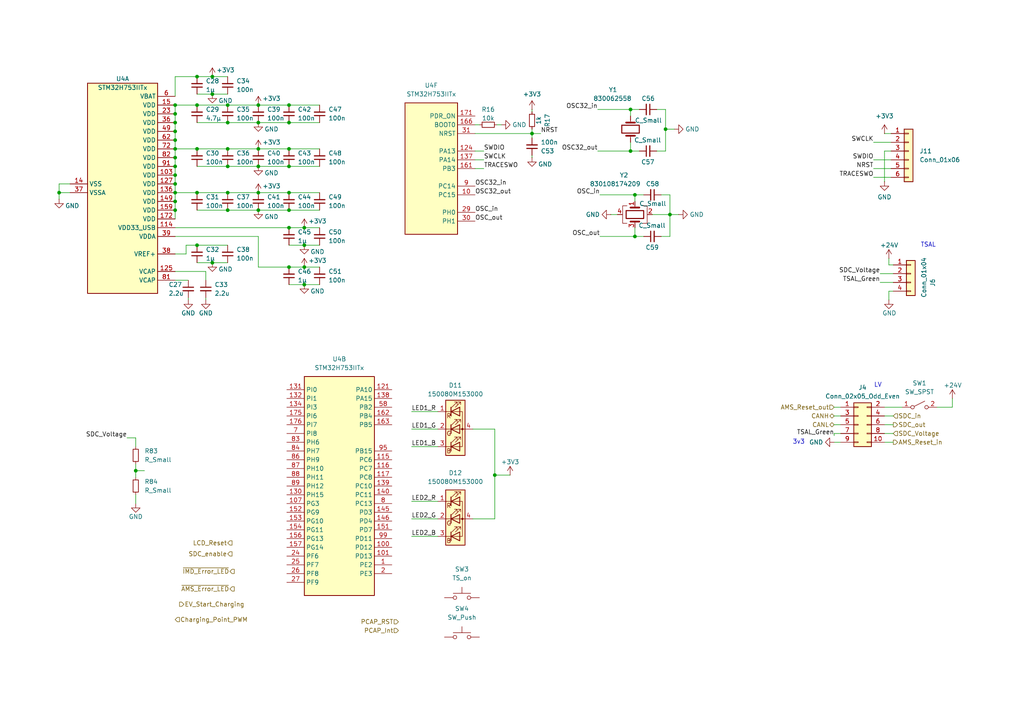
<source format=kicad_sch>
(kicad_sch
	(version 20231120)
	(generator "eeschema")
	(generator_version "8.0")
	(uuid "35b8a975-a1f8-4a47-8395-8e1ea283b386")
	(paper "A4")
	
	(junction
		(at 50.8 58.42)
		(diameter 0)
		(color 0 0 0 0)
		(uuid "0639ff6d-0fa4-4a92-9101-ae69b2e89fd2")
	)
	(junction
		(at 61.595 22.225)
		(diameter 0)
		(color 0 0 0 0)
		(uuid "0fb52946-5285-4acc-80fc-8023aaa28b8f")
	)
	(junction
		(at 57.15 30.48)
		(diameter 0)
		(color 0 0 0 0)
		(uuid "1277a601-4d5f-42fb-a0c5-a1f18ba0016e")
	)
	(junction
		(at 17.145 55.88)
		(diameter 0)
		(color 0 0 0 0)
		(uuid "2796a69f-5a9c-488e-9ca8-97c62d488f95")
	)
	(junction
		(at 39.37 136.525)
		(diameter 0)
		(color 0 0 0 0)
		(uuid "38d409b5-2312-4643-b1fc-fd0131fce598")
	)
	(junction
		(at 57.15 55.88)
		(diameter 0)
		(color 0 0 0 0)
		(uuid "3a44a5b6-35e6-477b-bf34-724cef99df7e")
	)
	(junction
		(at 50.8 30.48)
		(diameter 0)
		(color 0 0 0 0)
		(uuid "3b2e415b-e57a-4f5e-b680-987d6e0ee75d")
	)
	(junction
		(at 66.04 43.18)
		(diameter 0)
		(color 0 0 0 0)
		(uuid "412c5816-2822-46ca-a32f-61cb431bfe1e")
	)
	(junction
		(at 50.8 33.02)
		(diameter 0)
		(color 0 0 0 0)
		(uuid "430d2d22-0f07-45e6-a066-ebb18e98b45d")
	)
	(junction
		(at 83.82 77.47)
		(diameter 0)
		(color 0 0 0 0)
		(uuid "432f5d77-435d-4ec6-8d84-c3578eca972e")
	)
	(junction
		(at 74.93 48.26)
		(diameter 0)
		(color 0 0 0 0)
		(uuid "43f5a8a8-38be-4f74-81aa-71bbc42e5709")
	)
	(junction
		(at 88.265 82.55)
		(diameter 0)
		(color 0 0 0 0)
		(uuid "4904ae19-57ee-4766-a793-026af6184969")
	)
	(junction
		(at 50.8 55.88)
		(diameter 0)
		(color 0 0 0 0)
		(uuid "4a33e8c1-b15f-4db0-b29d-1dd2148aad9a")
	)
	(junction
		(at 74.93 55.88)
		(diameter 0)
		(color 0 0 0 0)
		(uuid "4bd9b2ee-526d-4e54-8543-852c7a6f1074")
	)
	(junction
		(at 50.8 38.1)
		(diameter 0)
		(color 0 0 0 0)
		(uuid "4bef900f-dc66-42af-b560-e8cc8d6a6bce")
	)
	(junction
		(at 50.8 35.56)
		(diameter 0)
		(color 0 0 0 0)
		(uuid "4c2b925c-0792-420d-8f18-1f562d9b6ba2")
	)
	(junction
		(at 88.265 71.12)
		(diameter 0)
		(color 0 0 0 0)
		(uuid "4ff38491-b732-4bec-930a-4ca407ceb858")
	)
	(junction
		(at 193.04 37.465)
		(diameter 0)
		(color 0 0 0 0)
		(uuid "556ed635-fced-44e3-845c-f708c990d149")
	)
	(junction
		(at 83.82 66.04)
		(diameter 0)
		(color 0 0 0 0)
		(uuid "58f143f7-5a5b-4ff8-89cf-03a63964eb53")
	)
	(junction
		(at 184.15 56.515)
		(diameter 0)
		(color 0 0 0 0)
		(uuid "592f8bd9-4310-4fe4-b840-3718d5a08ff0")
	)
	(junction
		(at 74.93 35.56)
		(diameter 0)
		(color 0 0 0 0)
		(uuid "5a46c399-0f9f-4049-86b9-32bfb792b0a4")
	)
	(junction
		(at 57.15 22.225)
		(diameter 0)
		(color 0 0 0 0)
		(uuid "5ee7831a-b9cd-4699-8b90-ccd7a33a516a")
	)
	(junction
		(at 83.82 60.96)
		(diameter 0)
		(color 0 0 0 0)
		(uuid "62af3ba4-2380-4137-9c4c-8f703fa148db")
	)
	(junction
		(at 74.93 30.48)
		(diameter 0)
		(color 0 0 0 0)
		(uuid "6b4ae941-68bd-4806-b564-6051c3e374f6")
	)
	(junction
		(at 50.8 45.72)
		(diameter 0)
		(color 0 0 0 0)
		(uuid "6e7d6e8b-008e-46f2-97bf-300e301fcdc5")
	)
	(junction
		(at 61.595 27.305)
		(diameter 0)
		(color 0 0 0 0)
		(uuid "84972f59-b0b8-441f-aae9-7917b0ac015f")
	)
	(junction
		(at 74.93 43.18)
		(diameter 0)
		(color 0 0 0 0)
		(uuid "84d185bd-171c-460f-91bf-66aa757880e7")
	)
	(junction
		(at 66.04 35.56)
		(diameter 0)
		(color 0 0 0 0)
		(uuid "8a3e42ba-433e-476e-bec8-923cd84f46fb")
	)
	(junction
		(at 143.51 137.795)
		(diameter 0)
		(color 0 0 0 0)
		(uuid "903269dd-61b6-4a7e-b1f9-08af9cd47811")
	)
	(junction
		(at 50.8 50.8)
		(diameter 0)
		(color 0 0 0 0)
		(uuid "93864b3d-3224-4702-bf3d-2ed04340069c")
	)
	(junction
		(at 88.265 77.47)
		(diameter 0)
		(color 0 0 0 0)
		(uuid "9e0818cf-2913-43d0-81ad-5fd7c6a3ddb1")
	)
	(junction
		(at 66.04 48.26)
		(diameter 0)
		(color 0 0 0 0)
		(uuid "a8da62c7-b5b2-4a05-8568-ce944b258201")
	)
	(junction
		(at 184.15 68.58)
		(diameter 0)
		(color 0 0 0 0)
		(uuid "ac9f37a4-8446-4a5b-a6ff-9f608799a097")
	)
	(junction
		(at 50.8 48.26)
		(diameter 0)
		(color 0 0 0 0)
		(uuid "b510fd1a-117a-465f-a751-9a561bd2ac96")
	)
	(junction
		(at 50.8 40.64)
		(diameter 0)
		(color 0 0 0 0)
		(uuid "b530e2a2-741c-4c76-ace0-7d60e6d206ce")
	)
	(junction
		(at 83.82 55.88)
		(diameter 0)
		(color 0 0 0 0)
		(uuid "bca7b570-75fa-40a7-a5dd-b415eee9e6fa")
	)
	(junction
		(at 83.82 48.26)
		(diameter 0)
		(color 0 0 0 0)
		(uuid "bcf0274b-9b82-4ddd-b442-da13a9d22e46")
	)
	(junction
		(at 57.15 71.12)
		(diameter 0)
		(color 0 0 0 0)
		(uuid "bdeb1722-eb35-4647-a7e0-350ed2e01785")
	)
	(junction
		(at 194.31 62.23)
		(diameter 0)
		(color 0 0 0 0)
		(uuid "c2234057-b903-484a-a2e3-a32a8859901c")
	)
	(junction
		(at 74.93 60.96)
		(diameter 0)
		(color 0 0 0 0)
		(uuid "c55b6c0a-705b-4ad7-afc8-beda683bc62e")
	)
	(junction
		(at 57.15 43.18)
		(diameter 0)
		(color 0 0 0 0)
		(uuid "ced6b67c-b589-447b-b173-eb3d5278bd77")
	)
	(junction
		(at 88.265 66.04)
		(diameter 0)
		(color 0 0 0 0)
		(uuid "ceeeb9fd-c3cf-438c-9822-df85739f3524")
	)
	(junction
		(at 154.305 38.735)
		(diameter 0)
		(color 0 0 0 0)
		(uuid "d01fb329-49c1-4312-9a86-8c2522e92a75")
	)
	(junction
		(at 182.88 43.815)
		(diameter 0)
		(color 0 0 0 0)
		(uuid "d62f36d0-5342-483c-96b2-d979dd1cfd28")
	)
	(junction
		(at 182.88 31.75)
		(diameter 0)
		(color 0 0 0 0)
		(uuid "d7b6fc6c-855c-4ad5-b8db-ffb1631d4d8e")
	)
	(junction
		(at 61.595 76.2)
		(diameter 0)
		(color 0 0 0 0)
		(uuid "dc976682-daa7-427b-b632-e4e6f1b2f4a5")
	)
	(junction
		(at 50.8 53.34)
		(diameter 0)
		(color 0 0 0 0)
		(uuid "e0d34c7c-a2c8-4d45-a4be-7edc074c7759")
	)
	(junction
		(at 83.82 30.48)
		(diameter 0)
		(color 0 0 0 0)
		(uuid "e6ae9a3e-d48c-4e18-9235-74fe81b4c978")
	)
	(junction
		(at 50.8 60.96)
		(diameter 0)
		(color 0 0 0 0)
		(uuid "eea696d1-0980-4f7d-9ba9-1ff3dcb2b606")
	)
	(junction
		(at 66.04 55.88)
		(diameter 0)
		(color 0 0 0 0)
		(uuid "f3f74bf6-10b1-4218-bfb6-61ef3118c054")
	)
	(junction
		(at 66.04 60.96)
		(diameter 0)
		(color 0 0 0 0)
		(uuid "f5150f2b-4683-49e5-a470-3066104142ee")
	)
	(junction
		(at 50.8 43.18)
		(diameter 0)
		(color 0 0 0 0)
		(uuid "f5abb69e-3023-40b6-8c88-ffed31815111")
	)
	(junction
		(at 66.04 30.48)
		(diameter 0)
		(color 0 0 0 0)
		(uuid "f71381d7-d154-4117-8ffa-0d9e641e8953")
	)
	(junction
		(at 83.82 43.18)
		(diameter 0)
		(color 0 0 0 0)
		(uuid "fa07ce36-60e8-4ebb-8b80-5cc0f863054d")
	)
	(junction
		(at 83.82 35.56)
		(diameter 0)
		(color 0 0 0 0)
		(uuid "fea021c6-6169-4cbd-bd9b-0c0e6e7bdfc0")
	)
	(wire
		(pts
			(xy 17.145 53.34) (xy 17.145 55.88)
		)
		(stroke
			(width 0)
			(type default)
		)
		(uuid "032e93c1-425f-4fcb-aba6-03ae1c74082b")
	)
	(wire
		(pts
			(xy 50.8 48.26) (xy 50.8 50.8)
		)
		(stroke
			(width 0)
			(type default)
		)
		(uuid "04debeef-549a-4c39-927b-69f1f0139e70")
	)
	(wire
		(pts
			(xy 119.38 129.54) (xy 127 129.54)
		)
		(stroke
			(width 0)
			(type default)
		)
		(uuid "05c2eb4c-a567-4a7b-9a8b-6cba89516905")
	)
	(wire
		(pts
			(xy 83.82 82.55) (xy 88.265 82.55)
		)
		(stroke
			(width 0)
			(type default)
		)
		(uuid "0897e0f0-120b-400e-bb14-897e40e7b02d")
	)
	(wire
		(pts
			(xy 50.8 43.18) (xy 50.8 45.72)
		)
		(stroke
			(width 0)
			(type default)
		)
		(uuid "097118d6-edc8-4348-b70f-10344c435092")
	)
	(wire
		(pts
			(xy 276.225 118.11) (xy 271.78 118.11)
		)
		(stroke
			(width 0)
			(type default)
		)
		(uuid "0abfaed6-42e2-4ebd-ac06-07b93585aba9")
	)
	(wire
		(pts
			(xy 193.04 31.75) (xy 190.5 31.75)
		)
		(stroke
			(width 0)
			(type default)
		)
		(uuid "0f6e8366-0d81-4da7-9f30-62173a06d853")
	)
	(wire
		(pts
			(xy 173.355 43.815) (xy 182.88 43.815)
		)
		(stroke
			(width 0)
			(type default)
		)
		(uuid "0f761e8c-44a9-43ba-8303-ba52fba04da2")
	)
	(wire
		(pts
			(xy 83.82 30.48) (xy 92.71 30.48)
		)
		(stroke
			(width 0)
			(type default)
		)
		(uuid "0fa1f5e0-0ffe-4f7d-bf74-e541cdb35448")
	)
	(wire
		(pts
			(xy 57.15 27.305) (xy 61.595 27.305)
		)
		(stroke
			(width 0)
			(type default)
		)
		(uuid "104524c5-4e85-46bb-8fcf-6e42d9b60b65")
	)
	(wire
		(pts
			(xy 182.88 41.275) (xy 182.88 43.815)
		)
		(stroke
			(width 0)
			(type default)
		)
		(uuid "11e88f10-3504-432d-b8ed-d3a2e1236c08")
	)
	(wire
		(pts
			(xy 185.42 31.75) (xy 182.88 31.75)
		)
		(stroke
			(width 0)
			(type default)
		)
		(uuid "13465972-5b15-4360-a8d8-10dafd7f715f")
	)
	(wire
		(pts
			(xy 50.8 78.74) (xy 59.69 78.74)
		)
		(stroke
			(width 0)
			(type default)
		)
		(uuid "148b4878-4176-450e-a5d5-e6bfe383516f")
	)
	(wire
		(pts
			(xy 276.225 115.57) (xy 276.225 118.11)
		)
		(stroke
			(width 0)
			(type default)
		)
		(uuid "149f6158-2d55-4904-9005-6a7af8f5b0bd")
	)
	(wire
		(pts
			(xy 50.8 68.58) (xy 74.93 68.58)
		)
		(stroke
			(width 0)
			(type default)
		)
		(uuid "17aaff2b-efe1-44db-8c2b-80df99259895")
	)
	(wire
		(pts
			(xy 257.81 86.995) (xy 257.81 84.455)
		)
		(stroke
			(width 0)
			(type default)
		)
		(uuid "17af4a42-5d6e-4b1d-a623-823e298f89ff")
	)
	(wire
		(pts
			(xy 88.265 66.04) (xy 92.71 66.04)
		)
		(stroke
			(width 0)
			(type default)
		)
		(uuid "1a1d5fa7-6a93-453f-bf03-bdc034a2e77b")
	)
	(wire
		(pts
			(xy 83.82 55.88) (xy 92.71 55.88)
		)
		(stroke
			(width 0)
			(type default)
		)
		(uuid "1c4dff5e-c946-4edf-b17e-21144a60469e")
	)
	(wire
		(pts
			(xy 241.935 120.65) (xy 243.84 120.65)
		)
		(stroke
			(width 0)
			(type default)
		)
		(uuid "1d2e0e02-2515-4d66-aeb3-65162d89a3f4")
	)
	(wire
		(pts
			(xy 66.04 30.48) (xy 74.93 30.48)
		)
		(stroke
			(width 0)
			(type default)
		)
		(uuid "1faf3668-c96e-4421-a896-b7c77f08f668")
	)
	(wire
		(pts
			(xy 119.38 155.575) (xy 127 155.575)
		)
		(stroke
			(width 0)
			(type default)
		)
		(uuid "1fbcc6a3-f1d0-457f-9540-02295e242709")
	)
	(wire
		(pts
			(xy 50.8 81.28) (xy 54.61 81.28)
		)
		(stroke
			(width 0)
			(type default)
		)
		(uuid "1ffb5664-1168-4c3c-85d6-4fdbdf0c4e6e")
	)
	(wire
		(pts
			(xy 255.27 79.375) (xy 259.08 79.375)
		)
		(stroke
			(width 0)
			(type default)
		)
		(uuid "24d23fd4-dde8-468b-82b9-b8390fc82a84")
	)
	(wire
		(pts
			(xy 173.99 68.58) (xy 184.15 68.58)
		)
		(stroke
			(width 0)
			(type default)
		)
		(uuid "253dfb7b-e994-492e-9366-0b579cd2b921")
	)
	(wire
		(pts
			(xy 137.795 48.895) (xy 140.335 48.895)
		)
		(stroke
			(width 0)
			(type default)
		)
		(uuid "2648ca35-0d3b-41fc-a0c7-4426c47646af")
	)
	(wire
		(pts
			(xy 154.305 37.465) (xy 154.305 38.735)
		)
		(stroke
			(width 0)
			(type default)
		)
		(uuid "26c33951-823a-4537-8b37-6d067360a301")
	)
	(wire
		(pts
			(xy 50.8 22.225) (xy 57.15 22.225)
		)
		(stroke
			(width 0)
			(type default)
		)
		(uuid "309416c5-01a5-479d-b151-4aa15c679aae")
	)
	(wire
		(pts
			(xy 74.93 77.47) (xy 83.82 77.47)
		)
		(stroke
			(width 0)
			(type default)
		)
		(uuid "310b3c16-f636-42e3-92d9-8323bba36848")
	)
	(wire
		(pts
			(xy 66.04 35.56) (xy 74.93 35.56)
		)
		(stroke
			(width 0)
			(type default)
		)
		(uuid "330ea2aa-85e8-4ceb-99f4-7100f8ce0417")
	)
	(wire
		(pts
			(xy 154.305 38.735) (xy 156.845 38.735)
		)
		(stroke
			(width 0)
			(type default)
		)
		(uuid "347806f3-c012-4e14-b373-8933bd8734e0")
	)
	(wire
		(pts
			(xy 61.595 22.225) (xy 66.04 22.225)
		)
		(stroke
			(width 0)
			(type default)
		)
		(uuid "36718045-fcd1-41c9-be9f-27d2b1210fea")
	)
	(wire
		(pts
			(xy 143.51 137.795) (xy 143.51 150.495)
		)
		(stroke
			(width 0)
			(type default)
		)
		(uuid "36a09c17-e0be-424d-a98a-bbc0a0d67b8a")
	)
	(wire
		(pts
			(xy 66.04 55.88) (xy 74.93 55.88)
		)
		(stroke
			(width 0)
			(type default)
		)
		(uuid "36d2f170-42d7-42b6-bedf-1e807c2cdfa4")
	)
	(wire
		(pts
			(xy 50.8 40.64) (xy 50.8 43.18)
		)
		(stroke
			(width 0)
			(type default)
		)
		(uuid "3ef07bc0-0d1b-4958-a3ce-4224cfe09f5c")
	)
	(wire
		(pts
			(xy 119.38 145.415) (xy 127 145.415)
		)
		(stroke
			(width 0)
			(type default)
		)
		(uuid "400911fa-502d-4e83-941d-f07985f4cff1")
	)
	(wire
		(pts
			(xy 137.795 36.195) (xy 139.065 36.195)
		)
		(stroke
			(width 0)
			(type default)
		)
		(uuid "403943a3-7606-4350-b9f9-7a83a426e950")
	)
	(wire
		(pts
			(xy 57.15 71.12) (xy 66.04 71.12)
		)
		(stroke
			(width 0)
			(type default)
		)
		(uuid "41a4017a-ed14-481c-94d2-358f975fdabf")
	)
	(wire
		(pts
			(xy 88.265 77.47) (xy 92.71 77.47)
		)
		(stroke
			(width 0)
			(type default)
		)
		(uuid "4744999c-668b-4ef7-aadc-3605c6b773bc")
	)
	(wire
		(pts
			(xy 241.935 125.73) (xy 243.84 125.73)
		)
		(stroke
			(width 0)
			(type default)
		)
		(uuid "4a8c75fc-97c8-4a4c-ae30-d2dd3740701b")
	)
	(wire
		(pts
			(xy 83.82 66.04) (xy 88.265 66.04)
		)
		(stroke
			(width 0)
			(type default)
		)
		(uuid "4b920d01-933a-491c-99e7-03b14beb823a")
	)
	(wire
		(pts
			(xy 20.32 55.88) (xy 17.145 55.88)
		)
		(stroke
			(width 0)
			(type default)
		)
		(uuid "4d5c3bc0-56ca-42fc-9e4b-f425c7170797")
	)
	(wire
		(pts
			(xy 53.975 73.66) (xy 53.975 71.12)
		)
		(stroke
			(width 0)
			(type default)
		)
		(uuid "50907a1c-ae3b-4cb2-8b1f-a2bbd698e6e7")
	)
	(wire
		(pts
			(xy 193.04 37.465) (xy 193.04 31.75)
		)
		(stroke
			(width 0)
			(type default)
		)
		(uuid "50b98742-cad0-4c19-a7a0-a62a29ac5fcc")
	)
	(wire
		(pts
			(xy 143.51 124.46) (xy 143.51 137.795)
		)
		(stroke
			(width 0)
			(type default)
		)
		(uuid "5334861a-85c4-43c7-a378-97b87aa0b1fe")
	)
	(wire
		(pts
			(xy 39.37 146.05) (xy 39.37 143.51)
		)
		(stroke
			(width 0)
			(type default)
		)
		(uuid "55392592-7026-4f7e-ac69-d16b34d6c332")
	)
	(wire
		(pts
			(xy 186.69 56.515) (xy 184.15 56.515)
		)
		(stroke
			(width 0)
			(type default)
		)
		(uuid "555e9d66-742b-4eec-a060-e02888a73929")
	)
	(wire
		(pts
			(xy 137.795 43.815) (xy 140.335 43.815)
		)
		(stroke
			(width 0)
			(type default)
		)
		(uuid "57d04a43-6d2e-4867-91ea-a8b774abf2a0")
	)
	(wire
		(pts
			(xy 184.15 56.515) (xy 184.15 58.42)
		)
		(stroke
			(width 0)
			(type default)
		)
		(uuid "5a7fb71b-fa03-4ad2-9d6d-61e0ee9e0398")
	)
	(wire
		(pts
			(xy 61.595 76.2) (xy 66.04 76.2)
		)
		(stroke
			(width 0)
			(type default)
		)
		(uuid "5aff9e20-a3fa-44e2-b265-1bacc7296e59")
	)
	(wire
		(pts
			(xy 154.305 40.005) (xy 154.305 38.735)
		)
		(stroke
			(width 0)
			(type default)
		)
		(uuid "60b71a6b-1157-4946-bc97-0a3329be562e")
	)
	(wire
		(pts
			(xy 74.93 30.48) (xy 83.82 30.48)
		)
		(stroke
			(width 0)
			(type default)
		)
		(uuid "6303d52b-100d-46f3-a928-30836b82f1cc")
	)
	(wire
		(pts
			(xy 83.82 48.26) (xy 92.71 48.26)
		)
		(stroke
			(width 0)
			(type default)
		)
		(uuid "6396b971-f44f-406f-9e4e-0613cb6bf000")
	)
	(wire
		(pts
			(xy 39.37 136.525) (xy 41.91 136.525)
		)
		(stroke
			(width 0)
			(type default)
		)
		(uuid "6625ace8-7df0-49fe-be18-552f69797353")
	)
	(wire
		(pts
			(xy 57.15 35.56) (xy 66.04 35.56)
		)
		(stroke
			(width 0)
			(type default)
		)
		(uuid "6806237e-7ade-4701-8b03-154f1dcd585d")
	)
	(wire
		(pts
			(xy 50.8 55.88) (xy 50.8 58.42)
		)
		(stroke
			(width 0)
			(type default)
		)
		(uuid "6a586c9f-68a8-4812-82a9-a5e31d2a3515")
	)
	(wire
		(pts
			(xy 255.27 81.915) (xy 259.08 81.915)
		)
		(stroke
			(width 0)
			(type default)
		)
		(uuid "6e4c3d8c-0039-454c-9ed5-ebed97a25dfd")
	)
	(wire
		(pts
			(xy 194.31 68.58) (xy 194.31 62.23)
		)
		(stroke
			(width 0)
			(type default)
		)
		(uuid "6e65cf2f-79a8-42d3-a1d9-dc3348bdfd63")
	)
	(wire
		(pts
			(xy 256.54 43.815) (xy 258.445 43.815)
		)
		(stroke
			(width 0)
			(type default)
		)
		(uuid "6f73b510-add9-447a-a656-606690f47875")
	)
	(wire
		(pts
			(xy 184.15 68.58) (xy 186.69 68.58)
		)
		(stroke
			(width 0)
			(type default)
		)
		(uuid "703d9349-c8a4-4a59-8d3d-5b12a6be4b90")
	)
	(wire
		(pts
			(xy 53.975 71.12) (xy 57.15 71.12)
		)
		(stroke
			(width 0)
			(type default)
		)
		(uuid "73b6ecd5-6c6d-4016-bd27-0a2d8d9f1dcb")
	)
	(wire
		(pts
			(xy 83.82 77.47) (xy 88.265 77.47)
		)
		(stroke
			(width 0)
			(type default)
		)
		(uuid "75c1b770-6d91-48ed-b5bb-2a7474ec1302")
	)
	(wire
		(pts
			(xy 83.82 35.56) (xy 92.71 35.56)
		)
		(stroke
			(width 0)
			(type default)
		)
		(uuid "79b4f1a0-ad3e-42ad-8d4d-96fdacee2d98")
	)
	(wire
		(pts
			(xy 50.8 73.66) (xy 53.975 73.66)
		)
		(stroke
			(width 0)
			(type default)
		)
		(uuid "7af938fc-d107-4e8b-b420-77fc02771c52")
	)
	(wire
		(pts
			(xy 173.99 56.515) (xy 184.15 56.515)
		)
		(stroke
			(width 0)
			(type default)
		)
		(uuid "83a55d68-4ab7-4179-9354-0c5cc77b1c73")
	)
	(wire
		(pts
			(xy 66.04 48.26) (xy 74.93 48.26)
		)
		(stroke
			(width 0)
			(type default)
		)
		(uuid "84e3fdd0-3727-441e-a756-9e0c64b0f45f")
	)
	(wire
		(pts
			(xy 137.795 46.355) (xy 140.335 46.355)
		)
		(stroke
			(width 0)
			(type default)
		)
		(uuid "88b8f5b6-3715-41e0-a3a8-0d0e3a6c1e02")
	)
	(wire
		(pts
			(xy 50.8 66.04) (xy 83.82 66.04)
		)
		(stroke
			(width 0)
			(type default)
		)
		(uuid "8b6d86c8-a76b-4172-a3e3-318a9ff50aa3")
	)
	(wire
		(pts
			(xy 119.38 119.38) (xy 127 119.38)
		)
		(stroke
			(width 0)
			(type default)
		)
		(uuid "8ebbf762-fbce-49fe-bfeb-dcdacafb24c4")
	)
	(wire
		(pts
			(xy 253.365 46.355) (xy 258.445 46.355)
		)
		(stroke
			(width 0)
			(type default)
		)
		(uuid "9010c615-b8dc-48be-91ed-68e32181e1d7")
	)
	(wire
		(pts
			(xy 184.15 66.04) (xy 184.15 68.58)
		)
		(stroke
			(width 0)
			(type default)
		)
		(uuid "901b9b2d-ac73-44b7-895b-ec05897b6639")
	)
	(wire
		(pts
			(xy 194.31 62.23) (xy 196.85 62.23)
		)
		(stroke
			(width 0)
			(type default)
		)
		(uuid "9093e411-b067-4966-8fa8-328292f3ebea")
	)
	(wire
		(pts
			(xy 50.8 53.34) (xy 50.8 55.88)
		)
		(stroke
			(width 0)
			(type default)
		)
		(uuid "90b8ebde-31c8-4847-a287-5f7fd9675ba3")
	)
	(wire
		(pts
			(xy 243.84 128.27) (xy 241.935 128.27)
		)
		(stroke
			(width 0)
			(type default)
		)
		(uuid "91741062-b740-4586-b9f4-922451ae440c")
	)
	(wire
		(pts
			(xy 88.265 71.12) (xy 92.71 71.12)
		)
		(stroke
			(width 0)
			(type default)
		)
		(uuid "973662df-2e27-4c95-a259-713a9d128e46")
	)
	(wire
		(pts
			(xy 182.88 43.815) (xy 185.42 43.815)
		)
		(stroke
			(width 0)
			(type default)
		)
		(uuid "97ede80a-b5b1-4149-b441-4a9a24261021")
	)
	(wire
		(pts
			(xy 17.145 55.88) (xy 17.145 57.785)
		)
		(stroke
			(width 0)
			(type default)
		)
		(uuid "98d5f97d-76ee-4339-9fcb-0aad1bffdd91")
	)
	(wire
		(pts
			(xy 257.81 74.93) (xy 257.81 76.835)
		)
		(stroke
			(width 0)
			(type default)
		)
		(uuid "9b45f6d1-d5f6-49df-b13f-a61d564c7e69")
	)
	(wire
		(pts
			(xy 194.31 62.23) (xy 189.23 62.23)
		)
		(stroke
			(width 0)
			(type default)
		)
		(uuid "9cc1ff3f-cefe-4a7e-b237-e926d6edbe05")
	)
	(wire
		(pts
			(xy 257.81 76.835) (xy 259.08 76.835)
		)
		(stroke
			(width 0)
			(type default)
		)
		(uuid "9d514266-0ddd-4350-a00d-f23dcaf52f6f")
	)
	(wire
		(pts
			(xy 241.935 126.365) (xy 241.935 125.73)
		)
		(stroke
			(width 0)
			(type default)
		)
		(uuid "9f544dbe-c4bf-4ea9-ae26-92987485c5f5")
	)
	(wire
		(pts
			(xy 50.8 45.72) (xy 50.8 48.26)
		)
		(stroke
			(width 0)
			(type default)
		)
		(uuid "9f9ae461-b89c-4786-9861-dda1960da6f7")
	)
	(wire
		(pts
			(xy 57.15 22.225) (xy 61.595 22.225)
		)
		(stroke
			(width 0)
			(type default)
		)
		(uuid "a10ab475-065e-44da-aa1e-4acd1b79678e")
	)
	(wire
		(pts
			(xy 74.93 60.96) (xy 83.82 60.96)
		)
		(stroke
			(width 0)
			(type default)
		)
		(uuid "a1794c33-030e-4353-b243-ecbb43184f8d")
	)
	(wire
		(pts
			(xy 83.82 71.12) (xy 88.265 71.12)
		)
		(stroke
			(width 0)
			(type default)
		)
		(uuid "a5b56033-b81b-415f-a7ab-e84f87f8230e")
	)
	(wire
		(pts
			(xy 194.31 62.23) (xy 194.31 56.515)
		)
		(stroke
			(width 0)
			(type default)
		)
		(uuid "a5ffdd7d-d73d-4f19-a48a-67b6dccc47b4")
	)
	(wire
		(pts
			(xy 39.37 129.54) (xy 39.37 127)
		)
		(stroke
			(width 0)
			(type default)
		)
		(uuid "a718020f-1fd0-4ca7-bf42-8f95f5bffabc")
	)
	(wire
		(pts
			(xy 137.795 38.735) (xy 154.305 38.735)
		)
		(stroke
			(width 0)
			(type default)
		)
		(uuid "a7538366-43ba-4f57-a90e-c52e3d942daa")
	)
	(wire
		(pts
			(xy 143.51 137.795) (xy 147.955 137.795)
		)
		(stroke
			(width 0)
			(type default)
		)
		(uuid "a854eae3-9371-4344-af98-6d1984cb297b")
	)
	(wire
		(pts
			(xy 57.15 30.48) (xy 66.04 30.48)
		)
		(stroke
			(width 0)
			(type default)
		)
		(uuid "a904c53b-8e3e-4bc5-a27f-7383e8f2953d")
	)
	(wire
		(pts
			(xy 256.54 118.11) (xy 261.62 118.11)
		)
		(stroke
			(width 0)
			(type default)
		)
		(uuid "aa32e37b-0a16-4d8d-9d0d-b8b5ce96dcc7")
	)
	(wire
		(pts
			(xy 74.93 35.56) (xy 83.82 35.56)
		)
		(stroke
			(width 0)
			(type default)
		)
		(uuid "abd2ae2c-7f6e-41ad-b5a6-a31e8ed94f3d")
	)
	(wire
		(pts
			(xy 57.15 55.88) (xy 66.04 55.88)
		)
		(stroke
			(width 0)
			(type default)
		)
		(uuid "ae0acb81-b15c-450b-a2ac-387ea9ab04b3")
	)
	(wire
		(pts
			(xy 143.51 124.46) (xy 137.16 124.46)
		)
		(stroke
			(width 0)
			(type default)
		)
		(uuid "afb6cc69-db28-4bd0-b5ea-b70c000fde7b")
	)
	(wire
		(pts
			(xy 50.8 43.18) (xy 57.15 43.18)
		)
		(stroke
			(width 0)
			(type default)
		)
		(uuid "aff8a17b-3015-4cf1-8e0d-8ef617a730ba")
	)
	(wire
		(pts
			(xy 193.04 37.465) (xy 195.58 37.465)
		)
		(stroke
			(width 0)
			(type default)
		)
		(uuid "b02cc84c-3b43-429e-8e86-e6e1d1ce361b")
	)
	(wire
		(pts
			(xy 50.8 30.48) (xy 50.8 33.02)
		)
		(stroke
			(width 0)
			(type default)
		)
		(uuid "b1ae31fb-1a94-46ff-a0d3-79e8bfa3c878")
	)
	(wire
		(pts
			(xy 74.93 68.58) (xy 74.93 77.47)
		)
		(stroke
			(width 0)
			(type default)
		)
		(uuid "b1dc4209-40df-4759-aea9-c51c8866f739")
	)
	(wire
		(pts
			(xy 61.595 27.305) (xy 66.04 27.305)
		)
		(stroke
			(width 0)
			(type default)
		)
		(uuid "b3d8913f-1aa7-40ac-99a2-1b72070425a2")
	)
	(wire
		(pts
			(xy 179.07 62.23) (xy 177.165 62.23)
		)
		(stroke
			(width 0)
			(type default)
		)
		(uuid "b44ddd19-f7b2-4443-823a-1c3e203348e6")
	)
	(wire
		(pts
			(xy 50.8 38.1) (xy 50.8 40.64)
		)
		(stroke
			(width 0)
			(type default)
		)
		(uuid "b9134148-0f84-422d-a32b-3fcf769797f7")
	)
	(wire
		(pts
			(xy 257.81 84.455) (xy 259.08 84.455)
		)
		(stroke
			(width 0)
			(type default)
		)
		(uuid "ba6006e7-4dd6-47cd-9a49-d472237f9fca")
	)
	(wire
		(pts
			(xy 259.08 123.19) (xy 256.54 123.19)
		)
		(stroke
			(width 0)
			(type default)
		)
		(uuid "be3e7755-9ddd-4e14-bf63-c382e9a0fa96")
	)
	(wire
		(pts
			(xy 193.04 43.815) (xy 193.04 37.465)
		)
		(stroke
			(width 0)
			(type default)
		)
		(uuid "c05031d1-c5f7-4e32-97ca-5bd564c91da7")
	)
	(wire
		(pts
			(xy 66.04 43.18) (xy 74.93 43.18)
		)
		(stroke
			(width 0)
			(type default)
		)
		(uuid "c1d25501-d3fe-4f7d-9654-beb2d3627ac7")
	)
	(wire
		(pts
			(xy 39.37 138.43) (xy 39.37 136.525)
		)
		(stroke
			(width 0)
			(type default)
		)
		(uuid "c31f2617-caa5-4a7d-990a-868a5a780034")
	)
	(wire
		(pts
			(xy 50.8 27.94) (xy 50.8 22.225)
		)
		(stroke
			(width 0)
			(type default)
		)
		(uuid "c3796c48-a789-4b20-a083-0e1d425deda3")
	)
	(wire
		(pts
			(xy 253.365 41.275) (xy 258.445 41.275)
		)
		(stroke
			(width 0)
			(type default)
		)
		(uuid "c4cc7595-e852-46e0-a31f-7880cd8d32d8")
	)
	(wire
		(pts
			(xy 259.08 120.65) (xy 256.54 120.65)
		)
		(stroke
			(width 0)
			(type default)
		)
		(uuid "c65c5f2c-0fbe-4cfe-bc9d-11f7ed508b7e")
	)
	(wire
		(pts
			(xy 74.93 48.26) (xy 83.82 48.26)
		)
		(stroke
			(width 0)
			(type default)
		)
		(uuid "c669eee8-cc24-42bd-ab09-308673a75537")
	)
	(wire
		(pts
			(xy 59.69 86.36) (xy 59.69 86.995)
		)
		(stroke
			(width 0)
			(type default)
		)
		(uuid "c68610c4-f28d-43f9-bfa1-f701535aa437")
	)
	(wire
		(pts
			(xy 182.88 31.75) (xy 182.88 33.655)
		)
		(stroke
			(width 0)
			(type default)
		)
		(uuid "c746e32e-dd45-4e64-bb62-4f908a2c0b2f")
	)
	(wire
		(pts
			(xy 50.8 33.02) (xy 50.8 35.56)
		)
		(stroke
			(width 0)
			(type default)
		)
		(uuid "c7bd5086-ca38-44f5-870f-2f752df89d1b")
	)
	(wire
		(pts
			(xy 57.15 43.18) (xy 66.04 43.18)
		)
		(stroke
			(width 0)
			(type default)
		)
		(uuid "ca072fd7-5b8b-471b-929e-2aa276017629")
	)
	(wire
		(pts
			(xy 256.54 52.705) (xy 256.54 43.815)
		)
		(stroke
			(width 0)
			(type default)
		)
		(uuid "cb602a9a-e333-405a-af64-80e46bab2e85")
	)
	(wire
		(pts
			(xy 39.37 136.525) (xy 39.37 134.62)
		)
		(stroke
			(width 0)
			(type default)
		)
		(uuid "cb9574ab-64dd-46d6-a9d1-512c2e4f69a6")
	)
	(wire
		(pts
			(xy 173.355 31.75) (xy 182.88 31.75)
		)
		(stroke
			(width 0)
			(type default)
		)
		(uuid "cd8fa5a3-5d22-4ddb-bd0b-3b2a0b73f9b3")
	)
	(wire
		(pts
			(xy 50.8 55.88) (xy 57.15 55.88)
		)
		(stroke
			(width 0)
			(type default)
		)
		(uuid "cda3a489-d178-47ca-abe0-0bf76d56af84")
	)
	(wire
		(pts
			(xy 50.8 60.96) (xy 50.8 63.5)
		)
		(stroke
			(width 0)
			(type default)
		)
		(uuid "cec41447-85b6-4ac7-b3a5-8aa14144188b")
	)
	(wire
		(pts
			(xy 57.15 60.96) (xy 66.04 60.96)
		)
		(stroke
			(width 0)
			(type default)
		)
		(uuid "d0fa1f4f-f2c3-4549-998f-7bcb2345509c")
	)
	(wire
		(pts
			(xy 256.54 38.735) (xy 258.445 38.735)
		)
		(stroke
			(width 0)
			(type default)
		)
		(uuid "d13cd28e-96c7-44e9-bcf1-4f2af7fb67e9")
	)
	(wire
		(pts
			(xy 137.16 150.495) (xy 143.51 150.495)
		)
		(stroke
			(width 0)
			(type default)
		)
		(uuid "d1bcf651-9fda-4638-a463-afc2bace2d92")
	)
	(wire
		(pts
			(xy 154.305 45.085) (xy 154.305 45.72)
		)
		(stroke
			(width 0)
			(type default)
		)
		(uuid "d2e81d6d-e150-4e35-b4a7-c843b4959144")
	)
	(wire
		(pts
			(xy 83.82 60.96) (xy 92.71 60.96)
		)
		(stroke
			(width 0)
			(type default)
		)
		(uuid "d52f6f76-ef25-42a8-ab24-76ceda00ecad")
	)
	(wire
		(pts
			(xy 57.15 76.2) (xy 61.595 76.2)
		)
		(stroke
			(width 0)
			(type default)
		)
		(uuid "d632a0bf-e946-4176-9916-d48012581cbd")
	)
	(wire
		(pts
			(xy 36.83 127) (xy 39.37 127)
		)
		(stroke
			(width 0)
			(type default)
		)
		(uuid "d746fa11-faec-4995-b8cc-48a7bfee6e1d")
	)
	(wire
		(pts
			(xy 119.38 124.46) (xy 127 124.46)
		)
		(stroke
			(width 0)
			(type default)
		)
		(uuid "d7e7fa18-61a0-48c0-b477-7dc555de07c2")
	)
	(wire
		(pts
			(xy 50.8 50.8) (xy 50.8 53.34)
		)
		(stroke
			(width 0)
			(type default)
		)
		(uuid "d8072cc1-08a8-4a90-905e-712192f81eca")
	)
	(wire
		(pts
			(xy 50.8 58.42) (xy 50.8 60.96)
		)
		(stroke
			(width 0)
			(type default)
		)
		(uuid "d8b341ac-5908-4112-9f04-380cbb665643")
	)
	(wire
		(pts
			(xy 17.145 53.34) (xy 20.32 53.34)
		)
		(stroke
			(width 0)
			(type default)
		)
		(uuid "dc8875f4-e90d-41ba-98eb-f6bc189c2a73")
	)
	(wire
		(pts
			(xy 259.08 128.27) (xy 256.54 128.27)
		)
		(stroke
			(width 0)
			(type default)
		)
		(uuid "dcfbe970-5ac3-44c1-a072-27b6663d5232")
	)
	(wire
		(pts
			(xy 50.8 35.56) (xy 50.8 38.1)
		)
		(stroke
			(width 0)
			(type default)
		)
		(uuid "dd73ee35-d392-4efd-8a07-2bf45bf4cec6")
	)
	(wire
		(pts
			(xy 154.305 31.75) (xy 154.305 32.385)
		)
		(stroke
			(width 0)
			(type default)
		)
		(uuid "de75ee4d-78a0-4201-914d-1d959b1327f3")
	)
	(wire
		(pts
			(xy 74.93 55.88) (xy 83.82 55.88)
		)
		(stroke
			(width 0)
			(type default)
		)
		(uuid "de7b5edf-77b4-435d-9d0d-948820ce13f4")
	)
	(wire
		(pts
			(xy 256.54 125.73) (xy 259.08 125.73)
		)
		(stroke
			(width 0)
			(type default)
		)
		(uuid "df67d0e7-4cd8-4f2a-98d6-52325d4b6123")
	)
	(wire
		(pts
			(xy 119.38 150.495) (xy 127 150.495)
		)
		(stroke
			(width 0)
			(type default)
		)
		(uuid "e28ad651-e55c-4b13-89de-b2fcd728e40e")
	)
	(wire
		(pts
			(xy 88.265 82.55) (xy 92.71 82.55)
		)
		(stroke
			(width 0)
			(type default)
		)
		(uuid "e40c90e3-bbe3-461e-b749-c0e92b8238ba")
	)
	(wire
		(pts
			(xy 83.82 43.18) (xy 92.71 43.18)
		)
		(stroke
			(width 0)
			(type default)
		)
		(uuid "e4edb694-5767-46f1-bf54-abb8e680e391")
	)
	(wire
		(pts
			(xy 57.15 48.26) (xy 66.04 48.26)
		)
		(stroke
			(width 0)
			(type default)
		)
		(uuid "e86f75e3-a4e6-430a-a759-76344e915001")
	)
	(wire
		(pts
			(xy 74.93 43.18) (xy 83.82 43.18)
		)
		(stroke
			(width 0)
			(type default)
		)
		(uuid "e8db1980-99b4-44a6-a579-f3360393ea66")
	)
	(wire
		(pts
			(xy 144.145 36.195) (xy 145.415 36.195)
		)
		(stroke
			(width 0)
			(type default)
		)
		(uuid "ed778361-f32d-4f64-8730-2db9c518174c")
	)
	(wire
		(pts
			(xy 190.5 43.815) (xy 193.04 43.815)
		)
		(stroke
			(width 0)
			(type default)
		)
		(uuid "ee89c692-8a9a-4c94-b19d-a04af2ef7d7b")
	)
	(wire
		(pts
			(xy 59.69 78.74) (xy 59.69 81.28)
		)
		(stroke
			(width 0)
			(type default)
		)
		(uuid "ef6a5a82-fea3-422c-a2b8-3bd4ffc3e1c9")
	)
	(wire
		(pts
			(xy 66.04 60.96) (xy 74.93 60.96)
		)
		(stroke
			(width 0)
			(type default)
		)
		(uuid "f40175dc-9032-4eac-9ef0-d9d6467bc0de")
	)
	(wire
		(pts
			(xy 241.935 118.11) (xy 243.84 118.11)
		)
		(stroke
			(width 0)
			(type default)
		)
		(uuid "f878ad44-de7e-42fe-9a17-9974988a80c5")
	)
	(wire
		(pts
			(xy 253.365 48.895) (xy 258.445 48.895)
		)
		(stroke
			(width 0)
			(type default)
		)
		(uuid "f8973105-6504-4425-b948-d80b6408e343")
	)
	(wire
		(pts
			(xy 54.61 86.36) (xy 54.61 86.995)
		)
		(stroke
			(width 0)
			(type default)
		)
		(uuid "f9d210eb-3ed4-4e5b-82b3-f9a2ad53717d")
	)
	(wire
		(pts
			(xy 241.935 123.19) (xy 243.84 123.19)
		)
		(stroke
			(width 0)
			(type default)
		)
		(uuid "f9f7020a-9b35-44a4-a503-6a47b3ad26b9")
	)
	(wire
		(pts
			(xy 194.31 56.515) (xy 191.77 56.515)
		)
		(stroke
			(width 0)
			(type default)
		)
		(uuid "fa1aef1b-5a73-42af-8f0f-5df2a04bc1e1")
	)
	(wire
		(pts
			(xy 50.8 30.48) (xy 57.15 30.48)
		)
		(stroke
			(width 0)
			(type default)
		)
		(uuid "fcc6655f-c036-4a62-a5d6-1a7c59f0cae6")
	)
	(wire
		(pts
			(xy 191.77 68.58) (xy 194.31 68.58)
		)
		(stroke
			(width 0)
			(type default)
		)
		(uuid "ff4fa48a-405e-424e-aeeb-a8830455f2f6")
	)
	(wire
		(pts
			(xy 253.365 51.435) (xy 258.445 51.435)
		)
		(stroke
			(width 0)
			(type default)
		)
		(uuid "fff480cc-019d-481c-87e3-4b2fa3340e6b")
	)
	(text "3v3"
		(exclude_from_sim no)
		(at 229.87 128.27 0)
		(effects
			(font
				(size 1.27 1.27)
			)
			(justify left)
		)
		(uuid "364922e6-446e-413c-878a-bdcedb16435f")
	)
	(text "LV"
		(exclude_from_sim no)
		(at 254.635 111.76 0)
		(effects
			(font
				(size 1.27 1.27)
			)
		)
		(uuid "8e72c987-571c-4fd1-98e2-d688bb9b9a23")
	)
	(text "TSAL"
		(exclude_from_sim no)
		(at 269.24 71.12 0)
		(effects
			(font
				(size 1.27 1.27)
			)
		)
		(uuid "b0e08e63-728e-465b-a9bb-a2354a70eaa5")
	)
	(label "LED2_B"
		(at 119.38 155.575 0)
		(effects
			(font
				(size 1.27 1.27)
			)
			(justify left bottom)
		)
		(uuid "0c257ea1-403b-4bc7-88f7-086a857dac8b")
	)
	(label "OSC32_in"
		(at 137.795 53.975 0)
		(effects
			(font
				(size 1.27 1.27)
			)
			(justify left bottom)
		)
		(uuid "19813481-9ae3-4037-884b-51625c037e7d")
	)
	(label "LED2_G"
		(at 119.38 150.495 0)
		(effects
			(font
				(size 1.27 1.27)
			)
			(justify left bottom)
		)
		(uuid "1b2276f0-a8a1-444a-932d-5982914d45dd")
	)
	(label "SDC_Voltage"
		(at 36.83 127 180)
		(effects
			(font
				(size 1.27 1.27)
			)
			(justify right bottom)
		)
		(uuid "21a5dbef-ac0b-4798-a134-48b51eff2e9f")
	)
	(label "TRACESWO"
		(at 253.365 51.435 180)
		(effects
			(font
				(size 1.27 1.27)
			)
			(justify right bottom)
		)
		(uuid "24d76100-8588-4076-8ece-b0e81c39c707")
	)
	(label "SWCLK"
		(at 140.335 46.355 0)
		(effects
			(font
				(size 1.27 1.27)
			)
			(justify left bottom)
		)
		(uuid "38c12cdd-c83d-4773-af4f-37070012803f")
	)
	(label "LED1_R"
		(at 119.38 119.38 0)
		(effects
			(font
				(size 1.27 1.27)
			)
			(justify left bottom)
		)
		(uuid "429e4ec6-3fc9-4ecd-8fa9-b4cc84325fdf")
	)
	(label "LED2_R"
		(at 119.38 145.415 0)
		(effects
			(font
				(size 1.27 1.27)
			)
			(justify left bottom)
		)
		(uuid "50d905e3-d364-41d8-a882-dba6ec3d7533")
	)
	(label "TSAL_Green"
		(at 241.935 126.365 180)
		(effects
			(font
				(size 1.27 1.27)
			)
			(justify right bottom)
		)
		(uuid "51e61b87-204d-4bc9-9ab7-72a9b8455cc1")
	)
	(label "OSC_out"
		(at 173.99 68.58 180)
		(effects
			(font
				(size 1.27 1.27)
			)
			(justify right bottom)
		)
		(uuid "7062997f-c65f-40c4-9609-748e0106fb51")
	)
	(label "NRST"
		(at 156.845 38.735 0)
		(effects
			(font
				(size 1.27 1.27)
			)
			(justify left bottom)
		)
		(uuid "8bf8ceed-7afc-4899-946c-f8b28fc005c5")
	)
	(label "OSC_in"
		(at 137.795 61.595 0)
		(effects
			(font
				(size 1.27 1.27)
			)
			(justify left bottom)
		)
		(uuid "947caf57-b711-468d-9307-7eda36798b3e")
	)
	(label "LED1_G"
		(at 119.38 124.46 0)
		(effects
			(font
				(size 1.27 1.27)
			)
			(justify left bottom)
		)
		(uuid "95aa0cff-24dd-4737-a845-f949e3cd76f5")
	)
	(label "SWDIO"
		(at 140.335 43.815 0)
		(effects
			(font
				(size 1.27 1.27)
			)
			(justify left bottom)
		)
		(uuid "a3222c70-db07-4f66-b3b2-470afb482b42")
	)
	(label "OSC32_in"
		(at 173.355 31.75 180)
		(effects
			(font
				(size 1.27 1.27)
			)
			(justify right bottom)
		)
		(uuid "a7ce611c-0839-403b-895e-09257ec2cf29")
	)
	(label "SWCLK"
		(at 253.365 41.275 180)
		(effects
			(font
				(size 1.27 1.27)
			)
			(justify right bottom)
		)
		(uuid "acdcf188-c723-414d-98ca-2a7cbd54ad13")
	)
	(label "TSAL_Green"
		(at 255.27 81.915 180)
		(effects
			(font
				(size 1.27 1.27)
			)
			(justify right bottom)
		)
		(uuid "ad528d9a-6eba-4f59-a22d-0f832db4ce9a")
	)
	(label "LED1_B"
		(at 119.38 129.54 0)
		(effects
			(font
				(size 1.27 1.27)
			)
			(justify left bottom)
		)
		(uuid "afb2a2f5-50c3-46a9-85d2-c210883d812b")
	)
	(label "OSC32_out"
		(at 137.795 56.515 0)
		(effects
			(font
				(size 1.27 1.27)
			)
			(justify left bottom)
		)
		(uuid "bc7a325b-ccdd-4ab5-9672-23e08ada36f1")
	)
	(label "NRST"
		(at 253.365 48.895 180)
		(effects
			(font
				(size 1.27 1.27)
			)
			(justify right bottom)
		)
		(uuid "c4efd0ae-5064-4f03-8132-210dfd1f4611")
	)
	(label "OSC32_out"
		(at 173.355 43.815 180)
		(effects
			(font
				(size 1.27 1.27)
			)
			(justify right bottom)
		)
		(uuid "d025d5fb-f07e-423a-9e7f-f34d3f8e2916")
	)
	(label "OSC_in"
		(at 173.99 56.515 180)
		(effects
			(font
				(size 1.27 1.27)
			)
			(justify right bottom)
		)
		(uuid "ed7b8316-c6c7-4513-8738-4b3fe88b07a8")
	)
	(label "SWDIO"
		(at 253.365 46.355 180)
		(effects
			(font
				(size 1.27 1.27)
			)
			(justify right bottom)
		)
		(uuid "ee38595b-f031-47d4-8749-9e277102dce9")
	)
	(label "OSC_out"
		(at 137.795 64.135 0)
		(effects
			(font
				(size 1.27 1.27)
			)
			(justify left bottom)
		)
		(uuid "f1dcb7a7-b123-4ba7-9a44-091feb79e058")
	)
	(label "SDC_Voltage"
		(at 255.27 79.375 180)
		(effects
			(font
				(size 1.27 1.27)
			)
			(justify right bottom)
		)
		(uuid "f5590377-b2ef-4cd3-89c1-4eeb172f5519")
	)
	(label "TRACESWO"
		(at 140.335 48.895 0)
		(effects
			(font
				(size 1.27 1.27)
			)
			(justify left bottom)
		)
		(uuid "fe147d71-b99b-422e-b4e2-cfc304f92af2")
	)
	(hierarchical_label "Charging_Point_PWM"
		(shape input)
		(at 50.8 179.705 0)
		(effects
			(font
				(size 1.27 1.27)
			)
			(justify left)
		)
		(uuid "04232dbb-9e04-461e-8cc6-42de4d2bf84a")
	)
	(hierarchical_label "EV_Start_Charging"
		(shape output)
		(at 52.07 175.26 0)
		(effects
			(font
				(size 1.27 1.27)
			)
			(justify left)
		)
		(uuid "24cb7397-c589-4878-a802-b6d6df71c9f4")
	)
	(hierarchical_label "PCAP_Int"
		(shape input)
		(at 115.57 182.88 180)
		(effects
			(font
				(size 1.27 1.27)
			)
			(justify right)
		)
		(uuid "388dd824-b8c2-4032-9b91-eb62841a1b70")
	)
	(hierarchical_label "CANH"
		(shape bidirectional)
		(at 241.935 120.65 180)
		(effects
			(font
				(size 1.27 1.27)
			)
			(justify right)
		)
		(uuid "532d970d-3ce1-40f6-9bbd-8a9812ab8adf")
	)
	(hierarchical_label "~{AMS_Error_LED}"
		(shape output)
		(at 67.945 170.815 180)
		(effects
			(font
				(size 1.27 1.27)
			)
			(justify right)
		)
		(uuid "57c7eddb-4f8c-4d8b-aebe-cd1ca8c7a0f8")
	)
	(hierarchical_label "AMS_Reset_out"
		(shape input)
		(at 241.935 118.11 180)
		(effects
			(font
				(size 1.27 1.27)
			)
			(justify right)
		)
		(uuid "80decd22-3bb6-4a69-ace1-237203c8c362")
	)
	(hierarchical_label "SDC_Voltage"
		(shape input)
		(at 259.08 125.73 0)
		(effects
			(font
				(size 1.27 1.27)
			)
			(justify left)
		)
		(uuid "9a5359ea-6c16-4b24-93de-9a9a8e76d99e")
	)
	(hierarchical_label "~{IMD_Error_LED}"
		(shape output)
		(at 67.945 165.735 180)
		(effects
			(font
				(size 1.27 1.27)
			)
			(justify right)
		)
		(uuid "ad94c8a2-22c0-4cff-8042-af1d5b1842c9")
	)
	(hierarchical_label "SDC_enable"
		(shape output)
		(at 67.31 160.655 180)
		(effects
			(font
				(size 1.27 1.27)
			)
			(justify right)
		)
		(uuid "b48ffd18-d8c2-4d57-bada-c52def5bd354")
	)
	(hierarchical_label "CANL"
		(shape bidirectional)
		(at 241.935 123.19 180)
		(effects
			(font
				(size 1.27 1.27)
			)
			(justify right)
		)
		(uuid "cebe22bb-0e78-4a83-8896-f227ffb648b4")
	)
	(hierarchical_label "SDC_in"
		(shape input)
		(at 259.08 120.65 0)
		(effects
			(font
				(size 1.27 1.27)
			)
			(justify left)
		)
		(uuid "e283d5a5-c909-479d-96b7-56e8778b2aa9")
	)
	(hierarchical_label "SDC_out"
		(shape output)
		(at 259.08 123.19 0)
		(effects
			(font
				(size 1.27 1.27)
			)
			(justify left)
		)
		(uuid "e3ad616f-2cab-4a09-ac48-acfc0a186581")
	)
	(hierarchical_label "PCAP_RST"
		(shape input)
		(at 115.57 180.34 180)
		(effects
			(font
				(size 1.27 1.27)
			)
			(justify right)
		)
		(uuid "e972894d-3a19-43d1-a871-eb8a18829e12")
	)
	(hierarchical_label "LCD_Reset"
		(shape output)
		(at 67.31 157.48 180)
		(effects
			(font
				(size 1.27 1.27)
			)
			(justify right)
		)
		(uuid "ec1c98ef-56b0-42ff-a7d4-1c4bb63c47a8")
	)
	(hierarchical_label "AMS_Reset_in"
		(shape output)
		(at 259.08 128.27 0)
		(effects
			(font
				(size 1.27 1.27)
			)
			(justify left)
		)
		(uuid "f9cdf70a-e529-44b3-a1e0-f25636d5519b")
	)
	(symbol
		(lib_id "power:GND")
		(at 241.935 128.27 270)
		(mirror x)
		(unit 1)
		(exclude_from_sim no)
		(in_bom yes)
		(on_board yes)
		(dnp no)
		(fields_autoplaced yes)
		(uuid "05ba8605-d24b-4aff-a283-98c4c613131f")
		(property "Reference" "#PWR065"
			(at 235.585 128.27 0)
			(effects
				(font
					(size 1.27 1.27)
				)
				(hide yes)
			)
		)
		(property "Value" "GND"
			(at 238.76 128.2699 90)
			(effects
				(font
					(size 1.27 1.27)
				)
				(justify right)
			)
		)
		(property "Footprint" ""
			(at 241.935 128.27 0)
			(effects
				(font
					(size 1.27 1.27)
				)
				(hide yes)
			)
		)
		(property "Datasheet" ""
			(at 241.935 128.27 0)
			(effects
				(font
					(size 1.27 1.27)
				)
				(hide yes)
			)
		)
		(property "Description" "Power symbol creates a global label with name \"GND\" , ground"
			(at 241.935 128.27 0)
			(effects
				(font
					(size 1.27 1.27)
				)
				(hide yes)
			)
		)
		(pin "1"
			(uuid "79916c7a-e24e-46c8-ab2c-7567bff5056d")
		)
		(instances
			(project "FT25-Charger"
				(path "/0dca9b66-f638-4727-874b-1b91b6921c17/486f4a0e-b8d5-42cd-a726-c7aa5b0383fd"
					(reference "#PWR065")
					(unit 1)
				)
			)
		)
	)
	(symbol
		(lib_id "power:GND")
		(at 196.85 62.23 90)
		(unit 1)
		(exclude_from_sim no)
		(in_bom yes)
		(on_board yes)
		(dnp no)
		(fields_autoplaced yes)
		(uuid "0982b1ca-ab56-48cb-8464-0bad8fc33b49")
		(property "Reference" "#PWR063"
			(at 203.2 62.23 0)
			(effects
				(font
					(size 1.27 1.27)
				)
				(hide yes)
			)
		)
		(property "Value" "GND"
			(at 200.025 62.2301 90)
			(effects
				(font
					(size 1.27 1.27)
				)
				(justify right)
			)
		)
		(property "Footprint" ""
			(at 196.85 62.23 0)
			(effects
				(font
					(size 1.27 1.27)
				)
				(hide yes)
			)
		)
		(property "Datasheet" ""
			(at 196.85 62.23 0)
			(effects
				(font
					(size 1.27 1.27)
				)
				(hide yes)
			)
		)
		(property "Description" "Power symbol creates a global label with name \"GND\" , ground"
			(at 196.85 62.23 0)
			(effects
				(font
					(size 1.27 1.27)
				)
				(hide yes)
			)
		)
		(pin "1"
			(uuid "a74a4cb0-f7cb-4e5c-bf95-027505576ec0")
		)
		(instances
			(project "FT25-Charger"
				(path "/0dca9b66-f638-4727-874b-1b91b6921c17/486f4a0e-b8d5-42cd-a726-c7aa5b0383fd"
					(reference "#PWR063")
					(unit 1)
				)
			)
		)
	)
	(symbol
		(lib_id "power:+3V3")
		(at 256.54 38.735 0)
		(unit 1)
		(exclude_from_sim no)
		(in_bom yes)
		(on_board yes)
		(dnp no)
		(fields_autoplaced yes)
		(uuid "0a8c1494-c38b-4950-aafa-9714a410d73a")
		(property "Reference" "#PWR0107"
			(at 256.54 42.545 0)
			(effects
				(font
					(size 1.27 1.27)
				)
				(hide yes)
			)
		)
		(property "Value" "+3V3"
			(at 256.54 33.655 0)
			(effects
				(font
					(size 1.27 1.27)
				)
			)
		)
		(property "Footprint" ""
			(at 256.54 38.735 0)
			(effects
				(font
					(size 1.27 1.27)
				)
				(hide yes)
			)
		)
		(property "Datasheet" ""
			(at 256.54 38.735 0)
			(effects
				(font
					(size 1.27 1.27)
				)
				(hide yes)
			)
		)
		(property "Description" "Power symbol creates a global label with name \"+3V3\""
			(at 256.54 38.735 0)
			(effects
				(font
					(size 1.27 1.27)
				)
				(hide yes)
			)
		)
		(pin "1"
			(uuid "24be7340-ea7e-458d-ab96-32eadcbcc5a6")
		)
		(instances
			(project "FT25-Charger"
				(path "/0dca9b66-f638-4727-874b-1b91b6921c17/486f4a0e-b8d5-42cd-a726-c7aa5b0383fd"
					(reference "#PWR0107")
					(unit 1)
				)
			)
		)
	)
	(symbol
		(lib_id "Device:C_Small")
		(at 92.71 45.72 180)
		(unit 1)
		(exclude_from_sim no)
		(in_bom yes)
		(on_board yes)
		(dnp no)
		(fields_autoplaced yes)
		(uuid "0b089ced-1b70-49d3-8c5b-9a0a708b43c9")
		(property "Reference" "C48"
			(at 95.25 44.4435 0)
			(effects
				(font
					(size 1.27 1.27)
				)
				(justify right)
			)
		)
		(property "Value" "100n"
			(at 95.25 46.9835 0)
			(effects
				(font
					(size 1.27 1.27)
				)
				(justify right)
			)
		)
		(property "Footprint" "Capacitor_SMD:C_0603_1608Metric"
			(at 92.71 45.72 0)
			(effects
				(font
					(size 1.27 1.27)
				)
				(hide yes)
			)
		)
		(property "Datasheet" "~"
			(at 92.71 45.72 0)
			(effects
				(font
					(size 1.27 1.27)
				)
				(hide yes)
			)
		)
		(property "Description" "Unpolarized capacitor, small symbol"
			(at 92.71 45.72 0)
			(effects
				(font
					(size 1.27 1.27)
				)
				(hide yes)
			)
		)
		(pin "2"
			(uuid "6f035a86-b28e-4857-8513-ffe1f1cbfa0b")
		)
		(pin "1"
			(uuid "39cf15fb-6ff7-4a65-bd00-693a2aa74b1a")
		)
		(instances
			(project "FT25-Charger"
				(path "/0dca9b66-f638-4727-874b-1b91b6921c17/486f4a0e-b8d5-42cd-a726-c7aa5b0383fd"
					(reference "C48")
					(unit 1)
				)
			)
		)
	)
	(symbol
		(lib_id "power:+3V3")
		(at 88.265 66.04 0)
		(unit 1)
		(exclude_from_sim no)
		(in_bom yes)
		(on_board yes)
		(dnp no)
		(uuid "0d48e233-efc7-45ba-a184-775a6caf1a43")
		(property "Reference" "#PWR048"
			(at 88.265 69.85 0)
			(effects
				(font
					(size 1.27 1.27)
				)
				(hide yes)
			)
		)
		(property "Value" "+3V3"
			(at 92.075 64.135 0)
			(effects
				(font
					(size 1.27 1.27)
				)
			)
		)
		(property "Footprint" ""
			(at 88.265 66.04 0)
			(effects
				(font
					(size 1.27 1.27)
				)
				(hide yes)
			)
		)
		(property "Datasheet" ""
			(at 88.265 66.04 0)
			(effects
				(font
					(size 1.27 1.27)
				)
				(hide yes)
			)
		)
		(property "Description" "Power symbol creates a global label with name \"+3V3\""
			(at 88.265 66.04 0)
			(effects
				(font
					(size 1.27 1.27)
				)
				(hide yes)
			)
		)
		(pin "1"
			(uuid "71e765f4-a506-4957-8eb8-9e27616f7821")
		)
		(instances
			(project "FT25-Charger"
				(path "/0dca9b66-f638-4727-874b-1b91b6921c17/486f4a0e-b8d5-42cd-a726-c7aa5b0383fd"
					(reference "#PWR048")
					(unit 1)
				)
			)
		)
	)
	(symbol
		(lib_id "power:+3V3")
		(at 61.595 22.225 0)
		(unit 1)
		(exclude_from_sim no)
		(in_bom yes)
		(on_board yes)
		(dnp no)
		(uuid "0f25e6e6-ebf3-4bdc-8ac9-4b7d3ea6eb39")
		(property "Reference" "#PWR039"
			(at 61.595 26.035 0)
			(effects
				(font
					(size 1.27 1.27)
				)
				(hide yes)
			)
		)
		(property "Value" "+3V3"
			(at 65.405 20.32 0)
			(effects
				(font
					(size 1.27 1.27)
				)
			)
		)
		(property "Footprint" ""
			(at 61.595 22.225 0)
			(effects
				(font
					(size 1.27 1.27)
				)
				(hide yes)
			)
		)
		(property "Datasheet" ""
			(at 61.595 22.225 0)
			(effects
				(font
					(size 1.27 1.27)
				)
				(hide yes)
			)
		)
		(property "Description" "Power symbol creates a global label with name \"+3V3\""
			(at 61.595 22.225 0)
			(effects
				(font
					(size 1.27 1.27)
				)
				(hide yes)
			)
		)
		(pin "1"
			(uuid "e0ea6092-5802-4985-b454-636c7be9068c")
		)
		(instances
			(project "FT25-Charger"
				(path "/0dca9b66-f638-4727-874b-1b91b6921c17/486f4a0e-b8d5-42cd-a726-c7aa5b0383fd"
					(reference "#PWR039")
					(unit 1)
				)
			)
		)
	)
	(symbol
		(lib_id "Device:C_Small")
		(at 57.15 24.765 180)
		(unit 1)
		(exclude_from_sim no)
		(in_bom yes)
		(on_board yes)
		(dnp no)
		(fields_autoplaced yes)
		(uuid "106316d3-f33b-4b18-a829-a42f32a94790")
		(property "Reference" "C28"
			(at 59.69 23.4885 0)
			(effects
				(font
					(size 1.27 1.27)
				)
				(justify right)
			)
		)
		(property "Value" "1µ"
			(at 59.69 26.0285 0)
			(effects
				(font
					(size 1.27 1.27)
				)
				(justify right)
			)
		)
		(property "Footprint" ""
			(at 57.15 24.765 0)
			(effects
				(font
					(size 1.27 1.27)
				)
				(hide yes)
			)
		)
		(property "Datasheet" "~"
			(at 57.15 24.765 0)
			(effects
				(font
					(size 1.27 1.27)
				)
				(hide yes)
			)
		)
		(property "Description" "Unpolarized capacitor, small symbol"
			(at 57.15 24.765 0)
			(effects
				(font
					(size 1.27 1.27)
				)
				(hide yes)
			)
		)
		(pin "2"
			(uuid "ba87d4df-c66f-41e3-b094-ac020426b97f")
		)
		(pin "1"
			(uuid "b573ca89-6c84-4b93-834f-67c9b6e1fda5")
		)
		(instances
			(project "FT25-Charger"
				(path "/0dca9b66-f638-4727-874b-1b91b6921c17/486f4a0e-b8d5-42cd-a726-c7aa5b0383fd"
					(reference "C28")
					(unit 1)
				)
			)
		)
	)
	(symbol
		(lib_id "Device:C_Small")
		(at 92.71 68.58 180)
		(unit 1)
		(exclude_from_sim no)
		(in_bom yes)
		(on_board yes)
		(dnp no)
		(fields_autoplaced yes)
		(uuid "1138ee85-4b9f-4faa-ad91-a5d3de2e09f0")
		(property "Reference" "C50"
			(at 95.25 67.3035 0)
			(effects
				(font
					(size 1.27 1.27)
				)
				(justify right)
			)
		)
		(property "Value" "100n"
			(at 95.25 69.8435 0)
			(effects
				(font
					(size 1.27 1.27)
				)
				(justify right)
			)
		)
		(property "Footprint" "Capacitor_SMD:C_0603_1608Metric"
			(at 92.71 68.58 0)
			(effects
				(font
					(size 1.27 1.27)
				)
				(hide yes)
			)
		)
		(property "Datasheet" "~"
			(at 92.71 68.58 0)
			(effects
				(font
					(size 1.27 1.27)
				)
				(hide yes)
			)
		)
		(property "Description" "Unpolarized capacitor, small symbol"
			(at 92.71 68.58 0)
			(effects
				(font
					(size 1.27 1.27)
				)
				(hide yes)
			)
		)
		(pin "2"
			(uuid "3e08633e-795f-43fd-9716-ed214ebcd882")
		)
		(pin "1"
			(uuid "6e2cfd05-0052-4aea-a4f8-82ac71f9a827")
		)
		(instances
			(project "FT25-Charger"
				(path "/0dca9b66-f638-4727-874b-1b91b6921c17/486f4a0e-b8d5-42cd-a726-c7aa5b0383fd"
					(reference "C50")
					(unit 1)
				)
			)
		)
	)
	(symbol
		(lib_id "power:GND")
		(at 195.58 37.465 90)
		(unit 1)
		(exclude_from_sim no)
		(in_bom yes)
		(on_board yes)
		(dnp no)
		(fields_autoplaced yes)
		(uuid "117d4184-8b8c-4ce4-a171-37fe14814a7f")
		(property "Reference" "#PWR062"
			(at 201.93 37.465 0)
			(effects
				(font
					(size 1.27 1.27)
				)
				(hide yes)
			)
		)
		(property "Value" "GND"
			(at 198.755 37.4651 90)
			(effects
				(font
					(size 1.27 1.27)
				)
				(justify right)
			)
		)
		(property "Footprint" ""
			(at 195.58 37.465 0)
			(effects
				(font
					(size 1.27 1.27)
				)
				(hide yes)
			)
		)
		(property "Datasheet" ""
			(at 195.58 37.465 0)
			(effects
				(font
					(size 1.27 1.27)
				)
				(hide yes)
			)
		)
		(property "Description" "Power symbol creates a global label with name \"GND\" , ground"
			(at 195.58 37.465 0)
			(effects
				(font
					(size 1.27 1.27)
				)
				(hide yes)
			)
		)
		(pin "1"
			(uuid "892cc53a-f6cf-4a48-bd48-eee2cbe028f4")
		)
		(instances
			(project "FT25-Charger"
				(path "/0dca9b66-f638-4727-874b-1b91b6921c17/486f4a0e-b8d5-42cd-a726-c7aa5b0383fd"
					(reference "#PWR062")
					(unit 1)
				)
			)
		)
	)
	(symbol
		(lib_id "Device:C_Small")
		(at 154.305 42.545 0)
		(mirror x)
		(unit 1)
		(exclude_from_sim no)
		(in_bom yes)
		(on_board yes)
		(dnp no)
		(uuid "1352cec1-b4bb-4738-ad5a-41461a579b87")
		(property "Reference" "C53"
			(at 156.845 43.8088 0)
			(effects
				(font
					(size 1.27 1.27)
				)
				(justify left)
			)
		)
		(property "Value" "100n"
			(at 156.845 41.2688 0)
			(effects
				(font
					(size 1.27 1.27)
				)
				(justify left)
			)
		)
		(property "Footprint" "Capacitor_SMD:C_0603_1608Metric"
			(at 154.305 42.545 0)
			(effects
				(font
					(size 1.27 1.27)
				)
				(hide yes)
			)
		)
		(property "Datasheet" "~"
			(at 154.305 42.545 0)
			(effects
				(font
					(size 1.27 1.27)
				)
				(hide yes)
			)
		)
		(property "Description" "Unpolarized capacitor, small symbol"
			(at 154.305 42.545 0)
			(effects
				(font
					(size 1.27 1.27)
				)
				(hide yes)
			)
		)
		(pin "2"
			(uuid "033c677f-9ed1-4db8-bd8c-0b93680c34c6")
		)
		(pin "1"
			(uuid "0dfdc399-2857-4c6a-a8ad-d03d6eebacfd")
		)
		(instances
			(project "FT25-Charger"
				(path "/0dca9b66-f638-4727-874b-1b91b6921c17/486f4a0e-b8d5-42cd-a726-c7aa5b0383fd"
					(reference "C53")
					(unit 1)
				)
			)
		)
	)
	(symbol
		(lib_id "charger:STM32H753IITx")
		(at 125.095 48.895 0)
		(unit 6)
		(exclude_from_sim no)
		(in_bom yes)
		(on_board yes)
		(dnp no)
		(uuid "1465dc29-432b-440a-96f2-3319fe75aac0")
		(property "Reference" "U4"
			(at 125.095 24.765 0)
			(effects
				(font
					(size 1.27 1.27)
				)
			)
		)
		(property "Value" "STM32H753IITx"
			(at 125.095 27.305 0)
			(effects
				(font
					(size 1.27 1.27)
				)
			)
		)
		(property "Footprint" "Package_QFP:LQFP-176_24x24mm_P0.5mm"
			(at 146.431 1.651 0)
			(effects
				(font
					(size 1.27 1.27)
				)
				(justify right)
				(hide yes)
			)
		)
		(property "Datasheet" "https://www.st.com/resource/en/datasheet/stm32h753ii.pdf"
			(at 121.539 5.715 0)
			(effects
				(font
					(size 1.27 1.27)
				)
				(hide yes)
			)
		)
		(property "Description" "STMicroelectronics Arm Cortex-M7 MCU, 2048KB flash, 1024KB RAM, 480 MHz, 1.62-3.6V, 140 GPIO, LQFP176"
			(at 121.539 5.715 0)
			(effects
				(font
					(size 1.27 1.27)
				)
				(hide yes)
			)
		)
		(pin "154"
			(uuid "72e2e5ae-fceb-4678-b0e5-40fbde69ed82")
		)
		(pin "85"
			(uuid "46bc4391-a08b-434e-b65d-5d7e811d14de")
		)
		(pin "115"
			(uuid "49a44443-029b-4d52-810a-a14e3270f15b")
		)
		(pin "55"
			(uuid "9f78b364-8c0d-4fae-bbfa-164138889fdb")
		)
		(pin "10"
			(uuid "47c249ae-81c6-4d6d-937b-abbff62ad09f")
		)
		(pin "83"
			(uuid "522c5748-4f01-4fb5-bb36-ab0412806dad")
		)
		(pin "129"
			(uuid "ebf410dd-cf91-4a1e-b96c-7390a179b7dc")
		)
		(pin "172"
			(uuid "5e6a0607-d5cf-4326-959f-0b78d59c5677")
		)
		(pin "147"
			(uuid "94f17371-49fc-49e7-9135-f9824e6627e1")
		)
		(pin "118"
			(uuid "9c4e2bb6-e370-422b-bf82-c86f0fd7f668")
		)
		(pin "171"
			(uuid "7f5d48a0-b3bb-4e56-b744-7e0e17562daa")
		)
		(pin "114"
			(uuid "619b5161-b019-4ec2-a106-d528010c20ab")
		)
		(pin "45"
			(uuid "9f98abe9-d0de-4244-92a6-97160a5d3cae")
		)
		(pin "46"
			(uuid "f06d8ffd-b340-44b6-9dc0-eb55e4815cd3")
		)
		(pin "53"
			(uuid "41fa9b48-6419-4984-8782-6bd5f05488e4")
		)
		(pin "19"
			(uuid "61769267-87a9-4bd5-a3dd-7892a865c7e6")
		)
		(pin "18"
			(uuid "a499dd32-275e-4d25-ab64-871b76e5032f")
		)
		(pin "144"
			(uuid "12dc07ff-1e91-4ec3-ad50-e6d0fad972f3")
		)
		(pin "156"
			(uuid "26598a8a-f0a1-4748-bbde-a69515aaba98")
		)
		(pin "33"
			(uuid "20fd891f-091a-4387-8d82-00d62529d6ad")
		)
		(pin "139"
			(uuid "d78fbe84-6ba5-4c66-90e4-9bc81c9716de")
		)
		(pin "47"
			(uuid "1a258af9-8aa9-4c17-b663-3966ebe3b824")
		)
		(pin "151"
			(uuid "2aa00ffb-53f3-4c47-b656-dc09513b99d0")
		)
		(pin "56"
			(uuid "4628aa70-95cb-4fd5-9ae7-26fdebcae5f6")
		)
		(pin "158"
			(uuid "cf9fc6d0-530b-4fd3-97de-756448d5df93")
		)
		(pin "34"
			(uuid "85c11968-7735-468b-9449-9648862886de")
		)
		(pin "70"
			(uuid "d4295776-6fd3-47e7-9d93-035d82b8e0af")
		)
		(pin "130"
			(uuid "277a789e-bac1-4823-a968-dc3d8e3e1ae8")
		)
		(pin "145"
			(uuid "6b90983c-b3bb-4158-be86-7d4389ca6363")
		)
		(pin "31"
			(uuid "3ea21934-db14-4d9e-a476-3d2db59f219d")
		)
		(pin "128"
			(uuid "16e657f0-300c-4ae1-b08c-f7abe89469c6")
		)
		(pin "4"
			(uuid "88d144d2-df6f-4688-ac7e-63b32af08927")
		)
		(pin "136"
			(uuid "53592695-7860-4db2-bd87-4f110b9f1e22")
		)
		(pin "167"
			(uuid "96f88345-d633-457d-baa2-dad44bd9bd3f")
		)
		(pin "168"
			(uuid "fd7bc4fb-7fb9-4140-b424-e316e46fb400")
		)
		(pin "21"
			(uuid "6f074eb2-9958-49b4-81af-b268ef3de128")
		)
		(pin "67"
			(uuid "41377c66-9bb6-4c10-ac1e-2c4aae3521ad")
		)
		(pin "60"
			(uuid "80047032-c925-445e-a11c-224ed354dd2f")
		)
		(pin "106"
			(uuid "1be04454-2c6b-45bd-9b03-76cbb543792f")
		)
		(pin "95"
			(uuid "1eaff2a5-ca34-4a52-9c6e-1e6ac9d584f2")
		)
		(pin "97"
			(uuid "c6fc952e-1a6e-441a-85ff-8cadbcec4819")
		)
		(pin "165"
			(uuid "56ccba57-1037-445d-9a12-68a809af1076")
		)
		(pin "148"
			(uuid "edeb53df-40a5-4d82-8d29-8c49e0bb50bb")
		)
		(pin "152"
			(uuid "1d704a48-9b7e-4348-9419-ad4faf252c1b")
		)
		(pin "79"
			(uuid "8471e568-a8ba-4f6e-a84d-583765b6933b")
		)
		(pin "135"
			(uuid "ee896520-5cc1-4004-aa01-cc0ed32928f9")
		)
		(pin "44"
			(uuid "03c11d96-728a-4255-b90a-b978b1e332a7")
		)
		(pin "7"
			(uuid "feb02431-2c15-4ddf-9404-bdad7864bb18")
		)
		(pin "63"
			(uuid "ec7dc0dd-e058-44db-8423-ef7a28fdc162")
		)
		(pin "105"
			(uuid "90b9b8a2-0d05-46ea-b703-c91cb36ea857")
		)
		(pin "149"
			(uuid "316d3bff-7b7c-47d1-929b-4a5b5095e23e")
		)
		(pin "62"
			(uuid "46069b6e-08f0-401b-9bc6-487d080ad7fa")
		)
		(pin "138"
			(uuid "ef51b2c6-0d05-42db-b535-21e0858e175d")
		)
		(pin "51"
			(uuid "69326659-4ed1-40e2-96f7-03904a20ea4b")
		)
		(pin "77"
			(uuid "de5a9c6d-d3bc-4938-b6f4-e79c6badf0ad")
		)
		(pin "66"
			(uuid "7e437ee9-38e9-43ee-a052-6325bef00726")
		)
		(pin "121"
			(uuid "47d7303f-e4fb-4675-a431-781b09879c7c")
		)
		(pin "108"
			(uuid "641456bb-c140-4713-8bb1-bf15dc9ad4cd")
		)
		(pin "169"
			(uuid "fdf35964-0ebf-4611-9778-31b33d58e4b5")
		)
		(pin "75"
			(uuid "cc4415ec-0477-4d18-befd-63a2b7d6510c")
		)
		(pin "27"
			(uuid "81945fec-e414-4ba8-8b24-f552f7667818")
		)
		(pin "98"
			(uuid "81020f79-49fe-4144-b5e4-b11d193fd8f6")
		)
		(pin "141"
			(uuid "da91df20-3fd7-4033-8ee8-9d86209334fc")
		)
		(pin "124"
			(uuid "6ad168aa-dd68-497d-88e8-5ccd286a47bc")
		)
		(pin "20"
			(uuid "22a674b0-06d0-4cbf-ac20-40842a61ec62")
		)
		(pin "163"
			(uuid "b2c2a7a8-85bb-40c5-ab4f-a9b19a961183")
		)
		(pin "125"
			(uuid "9e1b5dcd-ef2c-4c25-9dfc-3598cf8c4afb")
		)
		(pin "65"
			(uuid "7d172891-4d0b-4f90-969c-919e93258087")
		)
		(pin "153"
			(uuid "10fa2896-a1a2-4a93-9f27-129da3e758b3")
		)
... [109650 chars truncated]
</source>
